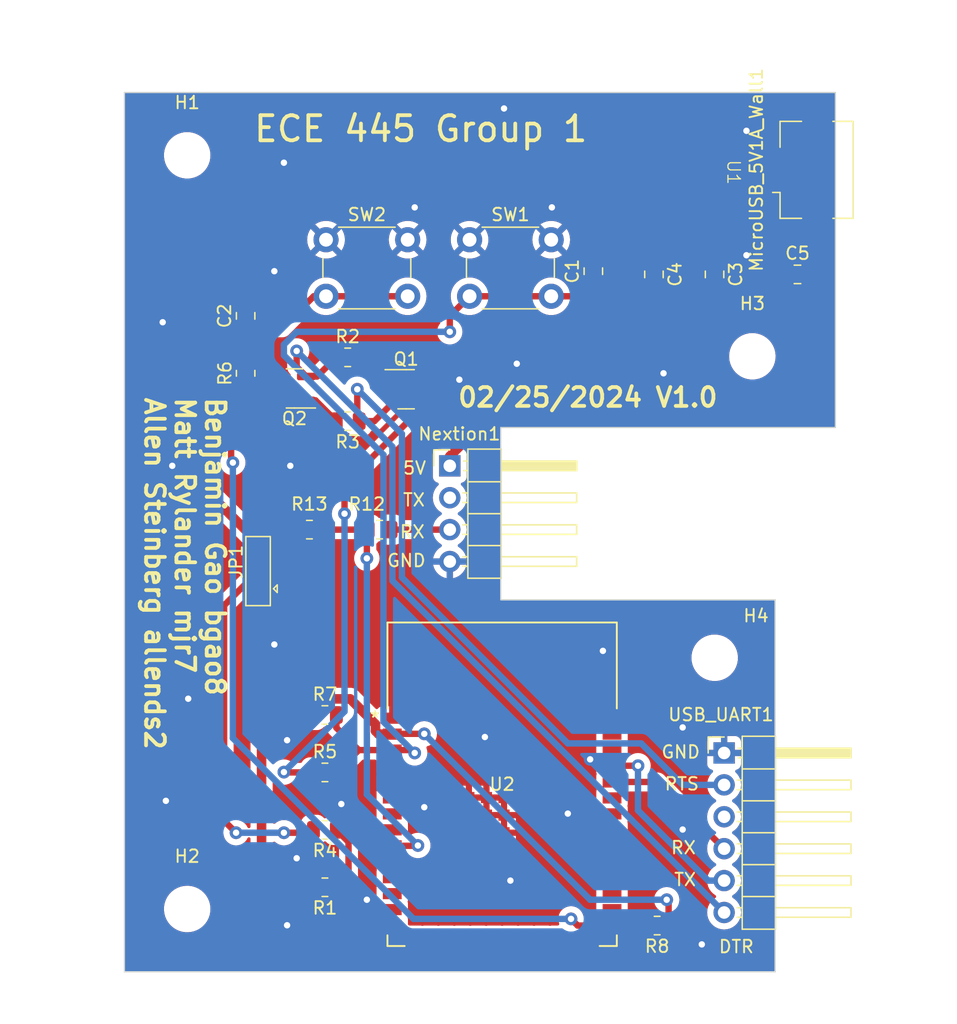
<source format=kicad_pcb>
(kicad_pcb (version 20221018) (generator pcbnew)
  (layers (0 "F.Cu" signal) (31 "B.Cu" signal) (34 "B.Paste" user) (35 "F.Paste" user) (36 "B.SilkS" user "B.Silkscreen") (37 "F.SilkS" user "F.Silkscreen") (38 "B.Mask" user) (39 "F.Mask" user) (44 "Edge.Cuts" user))
  (net 0 "")
  (net 1 "/CHIP_PU")
  (net 2 "GND")
  (net 3 "/GPIO0_STRAPPING")
  (net 4 "+3V3")
  (net 5 "+5V")
  (net 6 "Net-(JP1-C)")
  (net 10 "/LCD_TX")
  (net 11 "Net-(Nextion1-Pin_3)")
  (net 12 "Net-(Q1-B)")
  (net 13 "/RTS")
  (net 14 "Net-(Q1-C)")
  (net 15 "Net-(Q2-B)")
  (net 16 "/DTR")
  (net 17 "Net-(Q2-C)")
  (net 18 "/GPIO46_STRAPPING")
  (net 19 "/GPIO3_STRAPPING")
  (net 20 "/LCD_RX")
  (net 21 "/VBAT_SENSE")
  (net 22 "/Trig")
  (net 23 "/Echo")
  (net 24 "/A0")
  (net 25 "/S")
  (net 26 "/GPIO17")
  (net 27 "/GPIO18")
  (net 28 "/M1_FAULT")
  (net 29 "/D-")
  (net 30 "/D+")
  (net 31 "/M1_EN")
  (net 32 "/M1_PWM")
  (net 33 "/M1_DIR")
  (net 34 "/M2_FAULT")
  (net 35 "/M2_EN")
  (net 36 "/M2_PWM")
  (net 37 "/M2_DIR")
  (net 38 "/CAMERA_CS")
  (net 39 "/CAMERA_MOSI")
  (net 40 "/GPIO45_STRAPPING")
  (net 41 "/ZMOD_RES_N")
  (net 42 "/ZMOD_INT")
  (net 43 "/ZMOD_SDA")
  (net 44 "/ZMOD_SCL")
  (net 45 "/MTCK")
  (net 46 "/MTDO")
  (net 47 "/MTDI")
  (net 48 "/MTMS")
  (net 49 "/RX")
  (net 50 "/TX")
  (net 51 "/I_M_1")
  (net 52 "/I_M_2")
  (footprint "Connector_PinHeader_2.54mm:PinHeader_1x06_P2.54mm_Horizontal" (layer "F.Cu") (at 119.888 90.17)
    (fp_text reference "USB_UART1" (at -0.254 -3.048) (layer "F.SilkS"))
    (fp_text value "Conn_01x06")
    (pad "1" thru_hole rect (at 0 0) (size 1.7 1.7) (drill 1) (layers "*.Cu" "*.Mask") (net 2 "GND"))
    (pad "2" thru_hole oval (at 0 2.54) (size 1.7 1.7) (drill 1) (layers "*.Cu" "*.Mask") (net 13 "/RTS"))
    (pad "3" thru_hole oval (at 0 5.08) (size 1.7 1.7) (drill 1) (layers "*.Cu" "*.Mask"))
    (pad "4" thru_hole oval (at 0 7.62) (size 1.7 1.7) (drill 1) (layers "*.Cu" "*.Mask") (net 49 "/RX"))
    (pad "5" thru_hole oval (at 0 10.16) (size 1.7 1.7) (drill 1) (layers "*.Cu" "*.Mask") (net 50 "/TX"))
    (pad "6" thru_hole oval (at 0 12.7) (size 1.7 1.7) (drill 1) (layers "*.Cu" "*.Mask") (net 16 "/DTR"))
  )
  (footprint "Jumper:SolderJumper-3_P2.0mm_Open_TrianglePad1.0x1.5mm" (layer "F.Cu") (at 82.804 75.692 90)
    (fp_text reference "JP1" (at 0.725 -1.775 90) (layer "F.SilkS"))
    (fp_text value "SolderJumper_3_Open")
    (pad "1" smd custom (at -2 0 90) (size 0.3 0.3) (layers "F.Cu" "F.Mask") (net 2 "GND") (options (clearance outline) (anchor rect)) (primitives (gr_poly (pts (xy 1 0) (xy 0.5 0.75) (xy -0.5 0.75) (xy -0.5 -0.75) (xy 0.5 -0.75)) (width 0) (fill yes))))
    (pad "2" smd custom (at 0 0 90) (size 0.3 0.3) (layers "F.Cu") (net 6 "Net-(JP1-C)") (options (clearance outline) (anchor rect)) (primitives (gr_poly (pts (xy 0.7 0) (xy 1.2 0.75) (xy -1.2 0.75) (xy -0.7 0) (xy -1.2 -0.75) (xy 1.2 -0.75)) (width 0) (fill yes))))
    (pad "3" smd custom (at 2 0 270) (size 0.3 0.3) (layers "F.Cu" "F.Mask") (net 4 "+3V3") (options (clearance outline) (anchor rect)) (primitives (gr_poly (pts (xy 1 0) (xy 0.5 0.75) (xy -0.5 0.75) (xy -0.5 -0.75) (xy 0.5 -0.75)) (width 0) (fill yes))))
  )
  (footprint "Connector_USB:USB_Micro-B_Amphenol_10104110_Horizontal" (layer "F.Cu") (at 126 43.748 90)
    (fp_text reference "MicroUSB_5V1A_Wall1" (at 0 -3.55 90) (layer "F.SilkS"))
    (fp_text value "Conn_01x05")
    (pad "1" smd rect (at -1.3 -1.55 90) (size 0.4 1.4) (layers "F.Cu" "F.Paste" "F.Mask") (net 5 "+5V"))
    (pad "2" smd rect (at -0.65 -1.55 90) (size 0.4 1.4) (layers "F.Cu" "F.Paste" "F.Mask"))
    (pad "3" smd rect (at 0 -1.55 90) (size 0.4 1.4) (layers "F.Cu" "F.Paste" "F.Mask"))
    (pad "4" smd rect (at 0.65 -1.55 90) (size 0.4 1.4) (layers "F.Cu" "F.Paste" "F.Mask"))
    (pad "5" smd rect (at 1.3 -1.55 90) (size 0.4 1.4) (layers "F.Cu" "F.Paste" "F.Mask") (net 2 "GND"))
    (pad "6" smd rect (at -3.75 1.3 90) (size 2.3 1.9) (layers "F.Cu" "F.Paste" "F.Mask") (net 2 "GND"))
    (pad "6" smd rect (at -1.15 1.3 90) (size 1.8 1.9) (layers "F.Cu" "F.Paste" "F.Mask") (net 2 "GND"))
    (pad "6" smd rect (at 1.15 1.3 90) (size 1.8 1.9) (layers "F.Cu" "F.Paste" "F.Mask") (net 2 "GND"))
    (pad "6" smd rect (at 3.75 1.3 90) (size 2.3 1.9) (layers "F.Cu" "F.Paste" "F.Mask") (net 2 "GND"))
  )
  (footprint "MountingHole:MountingHole_3.2mm_M3" (layer "F.Cu") (at 119.136 82.592)
    (fp_text reference "H4" (at 3.292 -3.344) (layer "F.SilkS"))
    (fp_text value "MountingHole")
    (pad "" np_thru_hole circle (at 0 0) (size 3.2 3.2) (drill 3.2) (layers "*.Cu" "*.Mask"))
  )
  (footprint "Resistor_SMD:R_0805_2012Metric" (layer "F.Cu") (at 88.102 91.718)
    (fp_text reference "R5" (at 0 -1.65) (layer "F.SilkS"))
    (fp_text value "10k")
    (pad "1" smd roundrect (at -0.9125 0) (size 1.025 1.4) (layers "F.Cu" "F.Paste" "F.Mask") (roundrect_rratio 0.243902439) (net 14 "Net-(Q1-C)"))
    (pad "2" smd roundrect (at 0.9125 0) (size 1.025 1.4) (layers "F.Cu" "F.Paste" "F.Mask") (roundrect_rratio 0.243902439) (net 1 "/CHIP_PU"))
  )
  (footprint "MountingHole:MountingHole_3.2mm_M3" (layer "F.Cu") (at 77.136 42.592)
    (fp_text reference "H1" (at 0 -4.2) (layer "F.SilkS"))
    (fp_text value "MountingHole")
    (pad "" np_thru_hole circle (at 0 0) (size 3.2 3.2) (drill 3.2) (layers "*.Cu" "*.Mask"))
  )
  (footprint "Resistor_SMD:R_0805_2012Metric" (layer "F.Cu") (at 88.102 87.146)
    (fp_text reference "R7" (at 0 -1.65) (layer "F.SilkS"))
    (fp_text value "100k")
    (pad "1" smd roundrect (at -0.9125 0) (size 1.025 1.4) (layers "F.Cu" "F.Paste" "F.Mask") (roundrect_rratio 0.243902439) (net 4 "+3V3"))
    (pad "2" smd roundrect (at 0.9125 0) (size 1.025 1.4) (layers "F.Cu" "F.Paste" "F.Mask") (roundrect_rratio 0.243902439) (net 1 "/CHIP_PU"))
  )
  (footprint "Button_Switch_THT:SW_PUSH_6mm" (layer "F.Cu") (at 88.19 49.312)
    (fp_text reference "SW2" (at 3.25 -2) (layer "F.SilkS"))
    (fp_text value "SW_Push")
    (pad "1" thru_hole circle (at 0 0 90) (size 2 2) (drill 1.1) (layers "*.Cu" "*.Mask") (net 2 "GND"))
    (pad "1" thru_hole circle (at 6.5 0 90) (size 2 2) (drill 1.1) (layers "*.Cu" "*.Mask") (net 2 "GND"))
    (pad "2" thru_hole circle (at 0 4.5 90) (size 2 2) (drill 1.1) (layers "*.Cu" "*.Mask") (net 3 "/GPIO0_STRAPPING"))
    (pad "2" thru_hole circle (at 6.5 4.5 90) (size 2 2) (drill 1.1) (layers "*.Cu" "*.Mask") (net 3 "/GPIO0_STRAPPING"))
  )
  (footprint "Resistor_SMD:R_0805_2012Metric" (layer "F.Cu") (at 88.102 100.862 180)
    (fp_text reference "R1" (at 0 -1.65) (layer "F.SilkS"))
    (fp_text value "1k")
    (pad "1" smd roundrect (at -0.9125 0 180) (size 1.025 1.4) (layers "F.Cu" "F.Paste" "F.Mask") (roundrect_rratio 0.243902439) (net 18 "/GPIO46_STRAPPING"))
    (pad "2" smd roundrect (at 0.9125 0 180) (size 1.025 1.4) (layers "F.Cu" "F.Paste" "F.Mask") (roundrect_rratio 0.243902439) (net 4 "+3V3"))
  )
  (footprint "Resistor_SMD:R_0805_2012Metric" (layer "F.Cu") (at 89.916 58.674)
    (fp_text reference "R2" (at 0 -1.65) (layer "F.SilkS"))
    (fp_text value "10k")
    (pad "1" smd roundrect (at -0.9125 0) (size 1.025 1.4) (layers "F.Cu" "F.Paste" "F.Mask") (roundrect_rratio 0.243902439) (net 16 "/DTR"))
    (pad "2" smd roundrect (at 0.9125 0) (size 1.025 1.4) (layers "F.Cu" "F.Paste" "F.Mask") (roundrect_rratio 0.243902439) (net 12 "Net-(Q1-B)"))
  )
  (footprint "Capacitor_SMD:C_0805_2012Metric" (layer "F.Cu") (at 109.474 51.816 90)
    (fp_text reference "C1" (at 0 -1.68 90) (layer "F.SilkS"))
    (fp_text value "1u")
    (pad "1" smd roundrect (at -0.95 0 90) (size 1 1.45) (layers "F.Cu" "F.Paste" "F.Mask") (net 1 "/CHIP_PU"))
    (pad "2" smd roundrect (at 0.95 0 90) (size 1 1.45) (layers "F.Cu" "F.Paste" "F.Mask") (net 2 "GND"))
  )
  (footprint "Resistor_SMD:R_0805_2012Metric" (layer "F.Cu") (at 88.102 96.29 180)
    (fp_text reference "R4" (at 0 -1.65) (layer "F.SilkS"))
    (fp_text value "1k")
    (pad "1" smd roundrect (at -0.9125 0 180) (size 1.025 1.4) (layers "F.Cu" "F.Paste" "F.Mask") (roundrect_rratio 0.243902439) (net 19 "/GPIO3_STRAPPING"))
    (pad "2" smd roundrect (at 0.9125 0 180) (size 1.025 1.4) (layers "F.Cu" "F.Paste" "F.Mask") (roundrect_rratio 0.243902439) (net 6 "Net-(JP1-C)"))
  )
  (footprint "Package_TO_SOT_SMD:SOT-23" (layer "F.Cu") (at 85.6765 61.148 180)
    (fp_text reference "Q2" (at 0 -2.4) (layer "F.SilkS"))
    (fp_text value "SS8050-G")
    (pad "1" smd roundrect (at -0.9375 -0.95 180) (size 1.475 0.6) (layers "F.Cu" "F.Paste" "F.Mask") (net 15 "Net-(Q2-B)"))
    (pad "2" smd roundrect (at -0.9375 0.95 180) (size 1.475 0.6) (layers "F.Cu" "F.Paste" "F.Mask") (net 16 "/DTR"))
    (pad "3" smd roundrect (at 0.9375 0 180) (size 1.475 0.6) (layers "F.Cu" "F.Paste" "F.Mask") (net 17 "Net-(Q2-C)"))
  )
  (footprint "local_footprints:AZ1117C-SOT223" (layer "F.Cu") (at 115.57 43.942 -90)
    (fp_text reference "U1" (at 0 -5.08 -90 unlocked) (layer "F.SilkS") (effects (font (thickness 0.1))))
    (fp_text value "AZ1117-3.3")
    (pad "1" smd rect (at -2.3 3.1 270) (size 1.2 2.2) (layers "F.Cu" "F.Paste" "F.Mask") (net 5 "+5V"))
    (pad "2" smd rect (at 0 3.1 270) (size 1.2 2.2) (layers "F.Cu" "F.Paste" "F.Mask"))
    (pad "3" smd rect (at 2.3 3.1 270) (size 1.2 2.2) (layers "F.Cu" "F.Paste" "F.Mask") (net 4 "+3V3"))
    (pad "4" smd rect (at 0 -3.1 270) (size 3.5 2.2) (layers "F.Cu" "F.Paste" "F.Mask") (net 2 "GND"))
  )
  (footprint "Resistor_SMD:R_0805_2012Metric" (layer "F.Cu") (at 114.554 103.91 180)
    (fp_text reference "R8" (at 0 -1.65) (layer "F.SilkS"))
    (fp_text value "100k")
    (pad "1" smd roundrect (at -0.9125 0 180) (size 1.025 1.4) (layers "F.Cu" "F.Paste" "F.Mask") (roundrect_rratio 0.243902439) (net 4 "+3V3"))
    (pad "2" smd roundrect (at 0.9125 0 180) (size 1.025 1.4) (layers "F.Cu" "F.Paste" "F.Mask") (roundrect_rratio 0.243902439) (net 3 "/GPIO0_STRAPPING"))
  )
  (footprint "Button_Switch_THT:SW_PUSH_6mm" (layer "F.Cu") (at 99.62 49.312)
    (fp_text reference "SW1" (at 3.25 -2) (layer "F.SilkS"))
    (fp_text value "SW_Push")
    (pad "1" thru_hole circle (at 0 0 90) (size 2 2) (drill 1.1) (layers "*.Cu" "*.Mask") (net 2 "GND"))
    (pad "1" thru_hole circle (at 6.5 0 90) (size 2 2) (drill 1.1) (layers "*.Cu" "*.Mask") (net 2 "GND"))
    (pad "2" thru_hole circle (at 0 4.5 90) (size 2 2) (drill 1.1) (layers "*.Cu" "*.Mask") (net 1 "/CHIP_PU"))
    (pad "2" thru_hole circle (at 6.5 4.5 90) (size 2 2) (drill 1.1) (layers "*.Cu" "*.Mask") (net 1 "/CHIP_PU"))
  )
  (footprint "Capacitor_SMD:C_0805_2012Metric" (layer "F.Cu") (at 119.126 52.07 -90)
    (fp_text reference "C3" (at 0 -1.68 90) (layer "F.SilkS"))
    (fp_text value "10u")
    (pad "1" smd roundrect (at -0.95 0 270) (size 1 1.45) (layers "F.Cu" "F.Paste" "F.Mask") (net 4 "+3V3"))
    (pad "2" smd roundrect (at 0.95 0 270) (size 1 1.45) (layers "F.Cu" "F.Paste" "F.Mask") (net 2 "GND"))
  )
  (footprint "Resistor_SMD:R_0805_2012Metric" (layer "F.Cu") (at 86.868 72.39 180)
    (fp_text reference "R13" (at 0 2.032) (layer "F.SilkS"))
    (fp_text value "2.2k")
    (pad "1" smd roundrect (at -0.9125 0 180) (size 1.025 1.4) (layers "F.Cu" "F.Paste" "F.Mask") (roundrect_rratio 0.243902439) (net 20 "/LCD_RX"))
    (pad "2" smd roundrect (at 0.9125 0 180) (size 1.025 1.4) (layers "F.Cu" "F.Paste" "F.Mask") (roundrect_rratio 0.243902439) (net 2 "GND"))
  )
  (footprint "Resistor_SMD:R_0805_2012Metric" (layer "F.Cu") (at 92.456 72.39 180)
    (fp_text reference "R12" (at 1.016 2.032) (layer "F.SilkS"))
    (fp_text value "1k")
    (pad "1" smd roundrect (at -0.9125 0 180) (size 1.025 1.4) (layers "F.Cu" "F.Paste" "F.Mask") (roundrect_rratio 0.243902439) (net 11 "Net-(Nextion1-Pin_3)"))
    (pad "2" smd roundrect (at 0.9125 0 180) (size 1.025 1.4) (layers "F.Cu" "F.Paste" "F.Mask") (roundrect_rratio 0.243902439) (net 20 "/LCD_RX"))
  )
  (footprint "local_footprints:ESP32-S3-WROOM-1_EXP" (layer "F.Cu") (at 102.212 92.66)
    (fp_text reference "U2" (at 0 0 unlocked) (layer "F.SilkS"))
    (fp_text value "ESP32-S3-WROOM-1-N16R2")
    (fp_text user "*" (at -10.1343 -5.26 unlocked) (layer "F.SilkS"))
    (fp_text user "*" (at -10.1343 -5.26) (layer "F.SilkS"))
    (pad "1" smd rect (at -8.75 -5.26) (size 1.4986 0.889) (layers "F.Cu" "F.Paste" "F.Mask") (net 2 "GND"))
    (pad "2" smd rect (at -8.75 -3.99) (size 1.4986 0.889) (layers "F.Cu" "F.Paste" "F.Mask") (net 4 "+3V3"))
    (pad "3" smd rect (at -8.75 -2.72) (size 1.4986 0.889) (layers "F.Cu" "F.Paste" "F.Mask") (net 1 "/CHIP_PU"))
    (pad "4" smd rect (at -8.75 -1.45) (size 1.4986 0.889) (layers "F.Cu" "F.Paste" "F.Mask") (net 21 "/VBAT_SENSE"))
    (pad "5" smd rect (at -8.75 -0.18) (size 1.4986 0.889) (layers "F.Cu" "F.Paste" "F.Mask") (net 22 "/Trig"))
    (pad "6" smd rect (at -8.75 1.09) (size 1.4986 0.889) (layers "F.Cu" "F.Paste" "F.Mask") (net 23 "/Echo"))
    (pad "7" smd rect (at -8.75 2.36) (size 1.4986 0.889) (layers "F.Cu" "F.Paste" "F.Mask") (net 24 "/A0"))
    (pad "8" smd rect (at -8.75 3.63) (size 1.4986 0.889) (layers "F.Cu" "F.Paste" "F.Mask") (net 25 "/S"))
    (pad "9" smd rect (at -8.75 4.9) (size 1.4986 0.889) (layers "F.Cu" "F.Paste" "F.Mask") (net 20 "/LCD_RX"))
    (pad "10" smd rect (at -8.75 6.17) (size 1.4986 0.889) (layers "F.Cu" "F.Paste" "F.Mask") (net 26 "/GPIO17"))
    (pad "11" smd rect (at -8.75 7.44) (size 1.4986 0.889) (layers "F.Cu" "F.Paste" "F.Mask") (net 27 "/GPIO18"))
    (pad "12" smd rect (at -8.75 8.71) (size 1.4986 0.889) (layers "F.Cu" "F.Paste" "F.Mask") (net 28 "/M1_FAULT"))
    (pad "13" smd rect (at -8.75 9.98) (size 1.4986 0.889) (layers "F.Cu" "F.Paste" "F.Mask") (net 29 "/D-"))
    (pad "14" smd rect (at -8.75 11.25) (size 1.4986 0.889) (layers "F.Cu" "F.Paste" "F.Mask") (net 30 "/D+"))
    (pad "15" smd rect (at -6.985 12.5 90) (size 1.4986 0.889) (layers "F.Cu" "F.Paste" "F.Mask") (net 19 "/GPIO3_STRAPPING"))
    (pad "16" smd rect (at -5.715 12.5 90) (size 1.4986 0.889) (layers "F.Cu" "F.Paste" "F.Mask") (net 18 "/GPIO46_STRAPPING"))
    (pad "17" smd rect (at -4.445 12.5 90) (size 1.4986 0.889) (layers "F.Cu" "F.Paste" "F.Mask") (net 31 "/M1_EN"))
    (pad "18" smd rect (at -3.175 12.5 90) (size 1.4986 0.889) (layers "F.Cu" "F.Paste" "F.Mask") (net 32 "/M1_PWM"))
    (pad "19" smd rect (at -1.905 12.5 90) (size 1.4986 0.889) (layers "F.Cu" "F.Paste" "F.Mask") (net 33 "/M1_DIR"))
    (pad "20" smd rect (at -0.635 12.5 90) (size 1.4986 0.889) (layers "F.Cu" "F.Paste" "F.Mask") (net 34 "/M2_FAULT"))
    (pad "21" smd rect (at 0.635 12.5 90) (size 1.4986 0.889) (layers "F.Cu" "F.Paste" "F.Mask") (net 35 "/M2_EN"))
    (pad "22" smd rect (at 1.905 12.5 90) (size 1.4986 0.889) (layers "F.Cu" "F.Paste" "F.Mask") (net 36 "/M2_PWM"))
    (pad "23" smd rect (at 3.175 12.5 90) (size 1.4986 0.889) (layers "F.Cu" "F.Paste" "F.Mask") (net 37 "/M2_DIR"))
    (pad "24" smd rect (at 4.445 12.5 90) (size 1.4986 0.889) (layers "F.Cu" "F.Paste" "F.Mask") (net 38 "/CAMERA_CS"))
    (pad "25" smd rect (at 5.715 12.5 90) (size 1.4986 0.889) (layers "F.Cu" "F.Paste" "F.Mask") (net 39 "/CAMERA_MOSI"))
    (pad "26" smd rect (at 6.985 12.5 90) (size 1.4986 0.889) (layers "F.Cu" "F.Paste" "F.Mask") (net 40 "/GPIO45_STRAPPING"))
    (pad "27" smd rect (at 8.75 11.25) (size 1.4986 0.889) (layers "F.Cu" "F.Paste" "F.Mask") (net 3 "/GPIO0_STRAPPING"))
    (pad "28" smd rect (at 8.75 9.98) (size 1.4986 0.889) (layers "F.Cu" "F.Paste" "F.Mask") (net 41 "/ZMOD_RES_N"))
    (pad "29" smd rect (at 8.75 8.71) (size 1.4986 0.889) (layers "F.Cu" "F.Paste" "F.Mask") (net 42 "/ZMOD_INT"))
    (pad "30" smd rect (at 8.75 7.44) (size 1.4986 0.889) (layers "F.Cu" "F.Paste" "F.Mask") (net 43 "/ZMOD_SDA"))
    (pad "31" smd rect (at 8.75 6.17) (size 1.4986 0.889) (layers "F.Cu" "F.Paste" "F.Mask") (net 44 "/ZMOD_SCL"))
    (pad "32" smd rect (at 8.75 4.9) (size 1.4986 0.889) (layers "F.Cu" "F.Paste" "F.Mask") (net 45 "/MTCK"))
    (pad "33" smd rect (at 8.75 3.63) (size 1.4986 0.889) (layers "F.Cu" "F.Paste" "F.Mask") (net 46 "/MTDO"))
    (pad "34" smd rect (at 8.75 2.36) (size 1.4986 0.889) (layers "F.Cu" "F.Paste" "F.Mask") (net 47 "/MTDI"))
    (pad "35" smd rect (at 8.75 1.09) (size 1.4986 0.889) (layers "F.Cu" "F.Paste" "F.Mask") (net 48 "/MTMS"))
    (pad "36" smd rect (at 8.75 -0.18) (size 1.4986 0.889) (layers "F.Cu" "F.Paste" "F.Mask") (net 49 "/RX"))
    (pad "37" smd rect (at 8.75 -1.45) (size 1.4986 0.889) (layers "F.Cu" "F.Paste" "F.Mask") (net 50 "/TX"))
    (pad "38" smd rect (at 8.75 -2.72) (size 1.4986 0.889) (layers "F.Cu" "F.Paste" "F.Mask") (net 51 "/I_M_1"))
    (pad "39" smd rect (at 8.75 -3.99) (size 1.4986 0.889) (layers "F.Cu" "F.Paste" "F.Mask") (net 52 "/I_M_2"))
    (pad "40" smd rect (at 8.75 -5.26) (size 1.4986 0.889) (layers "F.Cu" "F.Paste" "F.Mask") (net 2 "GND"))
    (pad "41" smd rect (at -1.25 2.46) (size 0.889 0.889) (layers "F.Cu" "F.Paste" "F.Mask") (net 2 "GND"))
    (pad "42" smd rect (at -1.25 1.06) (size 0.889 0.889) (layers "F.Cu" "F.Paste" "F.Mask") (net 2 "GND"))
    (pad "43" smd rect (at -2.65 1.06) (size 0.889 0.889) (layers "F.Cu" "F.Paste" "F.Mask") (net 2 "GND"))
    (pad "44" smd rect (at -2.65 2.46) (size 0.889 0.889) (layers "F.Cu" "F.Paste" "F.Mask") (net 2 "GND"))
    (pad "45" smd rect (at -2.65 3.86) (size 0.889 0.889) (layers "F.Cu" "F.Paste" "F.Mask") (net 2 "GND"))
    (pad "46" smd rect (at -1.25 3.86) (size 0.889 0.889) (layers "F.Cu" "F.Paste" "F.Mask") (net 2 "GND"))
    (pad "47" smd rect (at 0.15 3.86) (size 0.889 0.889) (layers "F.Cu" "F.Paste" "F.Mask") (net 2 "GND"))
    (pad "48" smd rect (at 0.15 2.46) (size 0.889 0.889) (layers "F.Cu" "F.Paste" "F.Mask") (net 2 "GND"))
    (pad "49" smd rect (at 0.15 1.06) (size 0.889 0.889) (layers "F.Cu" "F.Paste" "F.Mask") (net 2 "GND"))
  )
  (footprint "Capacitor_SMD:C_0805_2012Metric" (layer "F.Cu") (at 114.3 52.07 -90)
    (fp_text reference "C4" (at 0 -1.68 90) (layer "F.SilkS"))
    (fp_text value "100n")
    (pad "1" smd roundrect (at -0.95 0 270) (size 1 1.45) (layers "F.Cu" "F.Paste" "F.Mask") (net 4 "+3V3"))
    (pad "2" smd roundrect (at 0.95 0 270) (size 1 1.45) (layers "F.Cu" "F.Paste" "F.Mask") (net 2 "GND"))
  )
  (footprint "Resistor_SMD:R_0805_2012Metric" (layer "F.Cu") (at 81.788 59.944 90)
    (fp_text reference "R6" (at 0 -1.65 90) (layer "F.SilkS"))
    (fp_text value "10k")
    (pad "1" smd roundrect (at -0.9125 0 90) (size 1.025 1.4) (layers "F.Cu" "F.Paste" "F.Mask") (roundrect_rratio 0.243902439) (net 17 "Net-(Q2-C)"))
    (pad "2" smd roundrect (at 0.9125 0 90) (size 1.025 1.4) (layers "F.Cu" "F.Paste" "F.Mask") (roundrect_rratio 0.243902439) (net 3 "/GPIO0_STRAPPING"))
  )
  (footprint "Capacitor_SMD:C_0805_2012Metric" (layer "F.Cu") (at 81.788 55.372 90)
    (fp_text reference "C2" (at 0 -1.68 90) (layer "F.SilkS"))
    (fp_text value "1u")
    (pad "1" smd roundrect (at -0.95 0 90) (size 1 1.45) (layers "F.Cu" "F.Paste" "F.Mask") (net 3 "/GPIO0_STRAPPING"))
    (pad "2" smd roundrect (at 0.95 0 90) (size 1 1.45) (layers "F.Cu" "F.Paste" "F.Mask") (net 2 "GND"))
  )
  (footprint "MountingHole:MountingHole_3.2mm_M3" (layer "F.Cu") (at 122.136 58.592)
    (fp_text reference "H3" (at 0 -4.2) (layer "F.SilkS"))
    (fp_text value "MountingHole")
    (pad "" np_thru_hole circle (at 0 0) (size 3.2 3.2) (drill 3.2) (layers "*.Cu" "*.Mask"))
  )
  (footprint "Capacitor_SMD:C_0805_2012Metric" (layer "F.Cu") (at 125.73 52.07)
    (fp_text reference "C5" (at 0 -1.68) (layer "F.SilkS"))
    (fp_text value "10u")
    (pad "1" smd roundrect (at -0.95 0) (size 1 1.45) (layers "F.Cu" "F.Paste" "F.Mask") (net 5 "+5V"))
    (pad "2" smd roundrect (at 0.95 0) (size 1 1.45) (layers "F.Cu" "F.Paste" "F.Mask") (net 2 "GND"))
  )
  (footprint "Package_TO_SOT_SMD:SOT-23" (layer "F.Cu") (at 94.5665 61.214)
    (fp_text reference "Q1" (at 0 -2.4) (layer "F.SilkS"))
    (fp_text value "SS8050-G")
    (pad "1" smd roundrect (at -0.9375 -0.95) (size 1.475 0.6) (layers "F.Cu" "F.Paste" "F.Mask") (net 12 "Net-(Q1-B)"))
    (pad "2" smd roundrect (at -0.9375 0.95) (size 1.475 0.6) (layers "F.Cu" "F.Paste" "F.Mask") (net 13 "/RTS"))
    (pad "3" smd roundrect (at 0.9375 0) (size 1.475 0.6) (layers "F.Cu" "F.Paste" "F.Mask") (net 14 "Net-(Q1-C)"))
  )
  (footprint "Connector_PinHeader_2.54mm:PinHeader_1x04_P2.54mm_Horizontal" (layer "F.Cu") (at 98.044 67.31)
    (fp_text reference "Nextion1" (at 0.762 -2.54) (layer "F.SilkS"))
    (fp_text value "HMI LCD")
    (pad "1" thru_hole rect (at 0 0) (size 1.7 1.7) (drill 1) (layers "*.Cu" "*.Mask") (net 5 "+5V"))
    (pad "2" thru_hole oval (at 0 2.54) (size 1.7 1.7) (drill 1) (layers "*.Cu" "*.Mask") (net 10 "/LCD_TX"))
    (pad "3" thru_hole oval (at 0 5.08) (size 1.7 1.7) (drill 1) (layers "*.Cu" "*.Mask") (net 11 "Net-(Nextion1-Pin_3)"))
    (pad "4" thru_hole oval (at 0 7.62) (size 1.7 1.7) (drill 1) (layers "*.Cu" "*.Mask") (net 2 "GND"))
  )
  (footprint "MountingHole:MountingHole_3.2mm_M3" (layer "F.Cu") (at 77.136 102.592)
    (fp_text reference "H2" (at 0 -4.2) (layer "F.SilkS"))
    (fp_text value "MountingHole")
    (pad "" np_thru_hole circle (at 0 0) (size 3.2 3.2) (drill 3.2) (layers "*.Cu" "*.Mask"))
  )
  (footprint "Resistor_SMD:R_0805_2012Metric" (layer "F.Cu") (at 89.916 63.754 180)
    (fp_text reference "R3" (at 0 -1.65) (layer "F.SilkS"))
    (fp_text value "10k")
    (pad "1" smd roundrect (at -0.9125 0 180) (size 1.025 1.4) (layers "F.Cu" "F.Paste" "F.Mask") (roundrect_rratio 0.243902439) (net 13 "/RTS"))
    (pad "2" smd roundrect (at 0.9125 0 180) (size 1.025 1.4) (layers "F.Cu" "F.Paste" "F.Mask") (roundrect_rratio 0.243902439) (net 15 "Net-(Q2-B)"))
  )
  (gr_line (start 123.952 77.978) (end 102.108 77.978) (stroke (width 0.1)) (layer "Edge.Cuts"))
  (gr_line (start 102.108 64.262) (end 128.75 64.262) (stroke (width 0.1)) (layer "Edge.Cuts"))
  (gr_line (start 123.952 107.592) (end 123.952 77.978) (stroke (width 0.1)) (layer "Edge.Cuts"))
  (gr_line (start 72.136 37.592) (end 72.136 107.592) (stroke (width 0.1)) (layer "Edge.Cuts"))
  (gr_line (start 128.75 37.592) (end 72.136 37.592) (stroke (width 0.1)) (layer "Edge.Cuts"))
  (gr_line (start 102.108 77.978) (end 102.108 64.262) (stroke (width 0.1)) (layer "Edge.Cuts"))
  (gr_line (start 128.75 64.262) (end 128.75 37.592) (stroke (width 0.1)) (layer "Edge.Cuts"))
  (gr_line (start 72.136 107.592) (end 123.952 107.592) (stroke (width 0.1)) (layer "Edge.Cuts"))
  (gr_text "RX\n" (at 115.57 98.298) (layer "F.SilkS") (effects (font (size 1 1)) (justify left bottom)))
  (gr_text "TX" (at 94.234 70.612) (layer "F.SilkS") (effects (font (size 1 1)) (justify left bottom)))
  (gr_text "GND" (at 114.808 90.678) (layer "F.SilkS") (effects (font (size 1 1)) (justify left bottom)))
  (gr_text "TX\n" (at 115.824 100.838) (layer "F.SilkS") (effects (font (size 1 1)) (justify left bottom)))
  (gr_text "Benjamin Gao bgao8\nMatt Rylander mjr7\nAllen Steinberg allends2" (at 73.66 61.722 270) (layer "F.SilkS") (effects (font (size 1.5 1.5) (thickness 0.3) bold) (justify left bottom)))
  (gr_text "RX" (at 93.98 73.152) (layer "F.SilkS") (effects (font (size 1 1)) (justify left bottom)))
  (gr_text "DTR\n" (at 119.38 106.172) (layer "F.SilkS") (effects (font (size 1 1)) (justify left bottom)))
  (gr_text "ECE 445 Group 1" (at 82.296 41.656) (layer "F.SilkS") (effects (font (size 2 2) (thickness 0.3)) (justify left bottom)))
  (gr_text "RTS" (at 115.062 93.218) (layer "F.SilkS") (effects (font (size 1 1)) (justify left bottom)))
  (gr_text "GND" (at 92.964 75.438) (layer "F.SilkS") (effects (font (size 1 1)) (justify left bottom)))
  (gr_text "5V" (at 94.234 68.072) (layer "F.SilkS") (effects (font (size 1 1)) (justify left bottom)))
  (gr_text "02/25/2024 V1.0" (at 98.552 62.738) (layer "F.SilkS") (effects (font (size 1.5 1.5) (thickness 0.3) bold) (justify left bottom)))
  (segment (start 95.02 89.94) (end 95.25 90.17) (width 0.508) (layer "F.Cu") (net 1))
  (segment (start 89.0145 91.718) (end 90.7925 89.94) (width 0.508) (layer "F.Cu") (net 1))
  (segment (start 98.044 56.642) (end 98.044 55.388) (width 0.508) (layer "F.Cu") (net 1))
  (segment (start 90.7925 89.94) (end 93.462 89.94) (width 0.508) (layer "F.Cu") (net 1))
  (segment (start 98.044 55.388) (end 99.62 53.812) (width 0.508) (layer "F.Cu") (net 1))
  (segment (start 108.428 53.812) (end 109.474 52.766) (width 0.508) (layer "F.Cu") (net 1))
  (segment (start 89.0145 87.146) (end 89.0145 88.162) (width 0.508) (layer "F.Cu") (net 1))
  (segment (start 93.462 89.94) (end 95.02 89.94) (width 0.508) (layer "F.Cu") (net 1))
  (segment (start 106.12 53.812) (end 108.428 53.812) (width 0.508) (layer "F.Cu") (net 1))
  (segment (start 99.62 53.812) (end 106.12 53.812) (width 0.508) (layer "F.Cu") (net 1))
  (segment (start 89.0145 88.162) (end 90.7925 89.94) (width 0.508) (layer "F.Cu") (net 1))
  (via (at 95.25 90.17) (size 1.016) (drill 0.508) (layers "F.Cu" "B.Cu") (net 1))
  (via (at 98.044 56.642) (size 1.016) (drill 0.508) (layers "F.Cu" "B.Cu") (net 1))
  (segment (start 85.852 56.642) (end 98.044 56.642) (width 0.508) (layer "B.Cu") (net 1))
  (segment (start 92.764 87.684) (end 92.764 66.438474) (width 0.508) (layer "B.Cu") (net 1))
  (segment (start 92.764 66.438474) (end 84.836 58.510474) (width 0.508) (layer "B.Cu") (net 1))
  (segment (start 95.25 90.17) (end 92.764 87.684) (width 0.508) (layer "B.Cu") (net 1))
  (segment (start 84.836 57.658) (end 85.852 56.642) (width 0.508) (layer "B.Cu") (net 1))
  (segment (start 84.836 58.510474) (end 84.836 57.658) (width 0.508) (layer "B.Cu") (net 1))
  (segment (start 122.712 42.448) (end 124.45 42.448) (width 0.254) (layer "F.Cu") (net 2))
  (segment (start 122.682 42.418) (end 122.712 42.448) (width 0.254) (layer "F.Cu") (net 2))
  (via (at 84.074 51.816) (size 1.016) (drill 0.508) (layers "F.Cu" "B.Cu") (net 2))
  (via (at 85.09 103.886) (size 1.016) (drill 0.508) (layers "F.Cu" "B.Cu") (net 2))
  (via (at 115.062 59.944) (size 1.016) (drill 0.508) (layers "F.Cu" "B.Cu") (net 2))
  (via (at 106.172 46.736) (size 1.016) (drill 0.508) (layers "F.Cu" "B.Cu") (net 2))
  (via (at 116.586 96.266) (size 1.016) (drill 0.508) (layers "F.Cu" "B.Cu") (net 2))
  (via (at 121.666 50.546) (size 1.016) (drill 0.508) (layers "F.Cu" "B.Cu") (net 2))
  (via (at 100.838 88.9) (size 1.016) (drill 0.508) (layers "F.Cu" "B.Cu") (net 2))
  (via (at 85.344 67.31) (size 1.016) (drill 0.508) (layers "F.Cu" "B.Cu") (net 2))
  (via (at 84.836 43.18) (size 1.016) (drill 0.508) (layers "F.Cu" "B.Cu") (net 2))
  (via (at 85.09 89.154) (size 1.016) (drill 0.508) (layers "F.Cu" "B.Cu") (net 2))
  (via (at 95.25 46.736) (size 1.016) (drill 0.508) (layers "F.Cu" "B.Cu") (net 2))
  (via (at 84.074 81.534) (size 1.016) (drill 0.508) (layers "F.Cu" "B.Cu") (net 2))
  (via (at 77.216 85.852) (size 1.016) (drill 0.508) (layers "F.Cu" "B.Cu") (net 2))
  (via (at 102.87 100.33) (size 1.016) (drill 0.508) (layers "F.Cu" "B.Cu") (net 2))
  (via (at 109.22 90.678) (size 1.016) (drill 0.508) (layers "F.Cu" "B.Cu") (net 2))
  (via (at 75.946 67.31) (size 1.016) (drill 0.508) (layers "F.Cu" "B.Cu") (net 2))
  (via (at 96.012 94.488) (size 1.016) (drill 0.508) (layers "F.Cu" "B.Cu") (net 2))
  (via (at 107.442 94.996) (size 1.016) (drill 0.508) (layers "F.Cu" "B.Cu") (net 2))
  (via (at 91.44 101.854) (size 1.016) (drill 0.508) (layers "F.Cu" "B.Cu") (net 2))
  (via (at 103.378 59.182) (size 1.016) (drill 0.508) (layers "F.Cu" "B.Cu") (net 2))
  (via (at 98.806 60.452) (size 1.016) (drill 0.508) (layers "F.Cu" "B.Cu") (net 2))
  (via (at 89.408 94.234) (size 1.016) (drill 0.508) (layers "F.Cu" "B.Cu") (net 2))
  (via (at 75.438 93.98) (size 1.016) (drill 0.508) (layers "F.Cu" "B.Cu") (net 2))
  (via (at 116.586 88.138) (size 1.016) (drill 0.508) (layers "F.Cu" "B.Cu") (net 2))
  (via (at 110.236 82.042) (size 1.016) (drill 0.508) (layers "F.Cu" "B.Cu") (net 2))
  (via (at 121.666 40.64) (size 1.016) (drill 0.508) (layers "F.Cu" "B.Cu") (net 2))
  (via (at 85.852 98.552) (size 1.016) (drill 0.508) (layers "F.Cu" "B.Cu") (net 2))
  (via (at 75.184 55.88) (size 1.016) (drill 0.508) (layers "F.Cu" "B.Cu") (net 2))
  (via (at 102.362 38.862) (size 1.016) (drill 0.508) (layers "F.Cu" "B.Cu") (net 2))
  (via (at 118.11 105.41) (size 1.016) (drill 0.508) (layers "F.Cu" "B.Cu") (net 2))
  (segment (start 87.211 53.812) (end 88.19 53.812) (width 0.508) (layer "F.Cu") (net 3))
  (segment (start 108.228 103.91) (end 110.962 103.91) (width 0.508) (layer "F.Cu") (net 3))
  (segment (start 81.788 56.322) (end 81.788 59.0315) (width 0.508) (layer "F.Cu") (net 3))
  (segment (start 80.634 66.918) (end 80.772 67.056) (width 0.508) (layer "F.Cu") (net 3))
  (segment (start 81.788 56.322) (end 84.701 56.322) (width 0.508) (layer "F.Cu") (net 3))
  (segment (start 113.6415 103.91) (end 110.962 103.91) (width 0.508) (layer "F.Cu") (net 3))
  (segment (start 88.19 53.812) (end 94.69 53.812) (width 0.508) (layer "F.Cu") (net 3))
  (segment (start 80.634 60.1855) (end 80.634 66.918) (width 0.508) (layer "F.Cu") (net 3))
  (segment (start 84.701 56.322) (end 87.211 53.812) (width 0.508) (layer "F.Cu") (net 3))
  (segment (start 107.696 103.378) (end 108.228 103.91) (width 0.508) (layer "F.Cu") (net 3))
  (segment (start 81.788 59.0315) (end 80.634 60.1855) (width 0.508) (layer "F.Cu") (net 3))
  (via (at 107.696 103.378) (size 1.016) (drill 0.508) (layers "F.Cu" "B.Cu") (net 3))
  (via (at 80.772 67.056) (size 1.016) (drill 0.508) (layers "F.Cu" "B.Cu") (net 3))
  (segment (start 80.772 67.056) (end 80.772 88.990474) (width 0.508) (layer "B.Cu") (net 3))
  (segment (start 80.772 88.990474) (end 95.159526 103.378) (width 0.508) (layer "B.Cu") (net 3))
  (segment (start 95.159526 103.378) (end 107.696 103.378) (width 0.508) (layer "B.Cu") (net 3))
  (segment (start 78.486 69.12) (end 82.804 73.438) (width 0.762) (layer "F.Cu") (net 4))
  (segment (start 91.619 40.461) (end 78.486 53.594) (width 0.762) (layer "F.Cu") (net 4))
  (segment (start 119.126 51.12) (end 114.3 51.12) (width 0.762) (layer "F.Cu") (net 4))
  (segment (start 87.1895 100.862) (end 85.114 100.862) (width 0.762) (layer "F.Cu") (net 4))
  (segment (start 96.012 88.646) (end 93.486 88.646) (width 0.508) (layer "F.Cu") (net 4))
  (segment (start 93.486 88.646) (end 93.462 88.67) (width 0.508) (layer "F.Cu") (net 4))
  (segment (start 112.47 46.242) (end 111.351 45.123) (width 0.762) (layer "F.Cu") (net 4))
  (segment (start 114.3 48.072) (end 112.47 46.242) (width 0.762) (layer "F.Cu") (net 4))
  (segment (start 87.1895 86.446) (end 87.7705 85.865) (width 0.762) (layer "F.Cu") (net 4))
  (segment (start 87.7705 85.865) (end 90.1127 85.865) (width 0.762) (layer "F.Cu") (net 4))
  (segment (start 78.486 53.594) (end 78.486 69.12) (width 0.762) (layer "F.Cu") (net 4))
  (segment (start 83.058 98.806) (end 83.058 89.154) (width 0.762) (layer "F.Cu") (net 4))
  (segment (start 83.058 89.154) (end 85.066 87.146) (width 0.762) (layer "F.Cu") (net 4))
  (segment (start 85.114 100.862) (end 83.058 98.806) (width 0.762) (layer "F.Cu") (net 4))
  (segment (start 85.066 87.146) (end 87.1895 87.146) (width 0.762) (layer "F.Cu") (net 4))
  (segment (start 96.281 45.123) (end 91.619 40.461) (width 0.762) (layer "F.Cu") (net 4))
  (segment (start 92.1317 87.884) (end 92.1317 88.4255) (width 0.762) (layer "F.Cu") (net 4))
  (segment (start 90.1127 85.865) (end 92.1317 87.884) (width 0.762) (layer "F.Cu") (net 4))
  (segment (start 83.829658 73.692) (end 87.1895 77.051842) (width 0.762) (layer "F.Cu") (net 4))
  (segment (start 115.4665 103.91) (end 115.4665 102.0045) (width 0.508) (layer "F.Cu") (net 4))
  (segment (start 114.3 51.12) (end 114.3 48.072) (width 0.762) (layer "F.Cu") (net 4))
  (segment (start 92.1317 88.4255) (end 92.3762 88.67) (width 0.762) (layer "F.Cu") (net 4))
  (segment (start 87.1895 77.051842) (end 87.1895 87.146) (width 0.762) (layer "F.Cu") (net 4))
  (segment (start 92.3762 88.67) (end 93.462 88.67) (width 0.762) (layer "F.Cu") (net 4))
  (segment (start 82.804 73.692) (end 83.829658 73.692) (width 0.762) (layer "F.Cu") (net 4))
  (segment (start 115.4665 102.0045) (end 115.316 101.854) (width 0.508) (layer "F.Cu") (net 4))
  (segment (start 111.351 45.123) (end 96.281 45.123) (width 0.762) (layer "F.Cu") (net 4))
  (segment (start 87.1895 87.146) (end 87.1895 86.446) (width 0.762) (layer "F.Cu") (net 4))
  (segment (start 82.804 73.438) (end 82.804 73.692) (width 0.762) (layer "F.Cu") (net 4))
  (via (at 115.316 101.854) (size 1.016) (drill 0.508) (layers "F.Cu" "B.Cu") (net 4))
  (via (at 96.012 88.646) (size 1.016) (drill 0.508) (layers "F.Cu" "B.Cu") (net 4))
  (segment (start 109.22 101.854) (end 96.012 88.646) (width 0.508) (layer "B.Cu") (net 4))
  (segment (start 115.316 101.854) (end 109.22 101.854) (width 0.508) (layer "B.Cu") (net 4))
  (segment (start 113.524 41.642) (end 112.47 41.642) (width 0.762) (layer "F.Cu") (net 5))
  (segment (start 101.854 62.738) (end 98.044 66.548) (width 0.762) (layer "F.Cu") (net 5))
  (segment (start 124.46 51.75) (end 124.46 46.756) (width 0.762) (layer "F.Cu") (net 5))
  (segment (start 115.57 43.688) (end 113.524 41.642) (width 0.762) (layer "F.Cu") (net 5))
  (segment (start 124.78 52.07) (end 122.24 54.61) (width 0.762) (layer "F.Cu") (net 5))
  (segment (start 115.57 45.974) (end 115.57 43.688) (width 0.762) (layer "F.Cu") (net 5))
  (segment (start 124.45 45.72) (end 124.45 47.752) (width 0.762) (layer "F.Cu") (net 5))
  (segment (start 124.46 46.756) (end 124.45 46.746) (width 0.762) (layer "F.Cu") (net 5))
  (segment (start 105.41 62.738) (end 101.854 62.738) (width 0.762) (layer "F.Cu") (net 5))
  (segment (start 119.328 55.678) (end 112.47 55.678) (width 0.762) (layer "F.Cu") (net 5))
  (segment (start 124.45 45.72) (end 124.45 45.25) (width 0.762) (layer "F.Cu") (net 5))
  (segment (start 122.24 54.61) (end 120.396 54.61) (width 0.762) (layer "F.Cu") (net 5))
  (segment (start 117.348 47.752) (end 115.57 45.974) (width 0.762) (layer "F.Cu") (net 5))
  (segment (start 124.45 47.752) (end 117.348 47.752) (width 0.762) (layer "F.Cu") (net 5))
  (segment (start 98.044 66.548) (end 98.044 67.31) (width 0.762) (layer "F.Cu") (net 5))
  (segment (start 124.45 46.746) (end 124.45 45.72) (width 0.762) (layer "F.Cu") (net 5))
  (segment (start 112.47 55.678) (end 105.41 62.738) (width 0.762) (layer "F.Cu") (net 5))
  (segment (start 120.396 54.61) (end 119.328 55.678) (width 0.762) (layer "F.Cu") (net 5))
  (segment (start 124.78 52.07) (end 124.46 51.75) (width 0.762) (layer "F.Cu") (net 5))
  (segment (start 84.836 96.52) (end 86.9595 96.52) (width 0.508) (layer "F.Cu") (net 6))
  (segment (start 86.9595 96.52) (end 87.1895 96.29) (width 0.508) (layer "F.Cu") (net 6))
  (segment (start 80.076 78.42) (end 80.076 95.57) (width 0.508) (layer "F.Cu") (net 6))
  (segment (start 80.076 95.57) (end 81.026 96.52) (width 0.508) (layer "F.Cu") (net 6))
  (segment (start 82.804 75.692) (end 80.076 78.42) (width 0.508) (layer "F.Cu") (net 6))
  (via (at 81.026 96.52) (size 1.016) (drill 0.508) (layers "F.Cu" "B.Cu") (net 6))
  (via (at 84.836 96.52) (size 1.016) (drill 0.508) (layers "F.Cu" "B.Cu") (net 6))
  (segment (start 81.026 96.52) (end 84.836 96.52) (width 0.508) (layer "B.Cu") (net 6))
  (segment (start 93.3685 72.39) (end 98.044 72.39) (width 0.508) (layer "F.Cu") (net 11))
  (segment (start 93.629 60.264) (end 92.4185 60.264) (width 0.508) (layer "F.Cu") (net 12))
  (segment (start 92.4185 60.264) (end 90.8285 58.674) (width 0.508) (layer "F.Cu") (net 12))
  (segment (start 90.678 63.6035) (end 90.8285 63.754) (width 0.508) (layer "F.Cu") (net 13))
  (segment (start 90.678 61.214) (end 90.678 63.6035) (width 0.508) (layer "F.Cu") (net 13))
  (segment (start 92.039 63.754) (end 93.629 62.164) (width 0.508) (layer "F.Cu") (net 13))
  (segment (start 90.8285 63.754) (end 92.039 63.754) (width 0.508) (layer "F.Cu") (net 13))
  (via (at 90.678 61.214) (size 1.016) (drill 0.508) (layers "F.Cu" "B.Cu") (net 13))
  (segment (start 113.284 89.408) (end 107.442 89.408) (width 0.508) (layer "B.Cu") (net 13))
  (segment (start 94.234 64.77) (end 90.678 61.214) (width 0.508) (layer "B.Cu") (net 13))
  (segment (start 94.234 76.2) (end 94.234 64.77) (width 0.508) (layer "B.Cu") (net 13))
  (segment (start 119.888 92.71) (end 116.586 92.71) (width 0.508) (layer "B.Cu") (net 13))
  (segment (start 107.442 89.408) (end 94.234 76.2) (width 0.508) (layer "B.Cu") (net 13))
  (segment (start 116.586 92.71) (end 113.284 89.408) (width 0.508) (layer "B.Cu") (net 13))
  (segment (start 89.662 68.834) (end 95.504 62.992) (width 0.508) (layer "F.Cu") (net 14))
  (segment (start 84.86 91.718) (end 84.836 91.694) (width 0.508) (layer "F.Cu") (net 14))
  (segment (start 87.1895 91.718) (end 84.86 91.718) (width 0.508) (layer "F.Cu") (net 14))
  (segment (start 89.662 71.12) (end 89.662 68.834) (width 0.508) (layer "F.Cu") (net 14))
  (segment (start 95.504 62.992) (end 95.504 61.214) (width 0.508) (layer "F.Cu") (net 14))
  (via (at 84.836 91.694) (size 1.016) (drill 0.508) (layers "F.Cu" "B.Cu") (net 14))
  (via (at 89.662 71.12) (size 1.016) (drill 0.508) (layers "F.Cu" "B.Cu") (net 14))
  (segment (start 89.662 86.868) (end 84.836 91.694) (width 0.508) (layer "B.Cu") (net 14))
  (segment (start 89.662 71.12) (end 89.662 86.868) (width 0.508) (layer "B.Cu") (net 14))
  (segment (start 86.614 62.098) (end 87.3475 62.098) (width 0.508) (layer "F.Cu") (net 15))
  (segment (start 87.3475 62.098) (end 89.0035 63.754) (width 0.508) (layer "F.Cu") (net 15))
  (segment (start 87.4795 60.198) (end 89.0035 58.674) (width 0.508) (layer "F.Cu") (net 16))
  (segment (start 86.614 60.198) (end 87.4795 60.198) (width 0.508) (layer "F.Cu") (net 16))
  (segment (start 85.852 59.436) (end 86.614 60.198) (width 0.508) (layer "F.Cu") (net 16))
  (segment (start 85.852 58.166) (end 85.852 59.436) (width 0.508) (layer "F.Cu") (net 16))
  (via (at 85.852 58.166) (size 1.016) (drill 0.508) (layers "F.Cu" "B.Cu") (net 16))
  (segment (start 93.472 65.786) (end 85.852 58.166) (width 0.508) (layer "B.Cu") (net 16))
  (segment (start 119.888 102.87) (end 93.472 76.454) (width 0.508) (layer "B.Cu") (net 16))
  (segment (start 93.472 76.454) (end 93.472 65.786) (width 0.508) (layer "B.Cu") (net 16))
  (segment (start 81.788 60.8565) (end 84.4475 60.8565) (width 0.508) (layer "F.Cu") (net 17))
  (segment (start 84.4475 60.8565) (end 84.739 61.148) (width 0.508) (layer "F.Cu") (net 17))
  (segment (start 89.0145 100.862) (end 89.0145 102.565564) (width 0.508) (layer "F.Cu") (net 18))
  (segment (start 96.497 105.9918) (end 96.497 105.16) (width 0.508) (layer "F.Cu") (net 18))
  (segment (start 96.1255 106.3633) (end 96.497 105.9918) (width 0.508) (layer "F.Cu") (net 18))
  (segment (start 89.0145 102.565564) (end 92.812236 106.3633) (width 0.508) (layer "F.Cu") (net 18))
  (segment (start 92.812236 106.3633) (end 96.1255 106.3633) (width 0.508) (layer "F.Cu") (net 18))
  (segment (start 92.6102 105.16) (end 89.981 102.5308) (width 0.508) (layer "F.Cu") (net 19))
  (segment (start 89.981 102.5308) (end 89.981 97.2565) (width 0.508) (layer "F.Cu") (net 19))
  (segment (start 89.981 97.2565) (end 89.0145 96.29) (width 0.508) (layer "F.Cu") (net 19))
  (segment (start 95.227 105.16) (end 92.6102 105.16) (width 0.508) (layer "F.Cu") (net 19))
  (segment (start 95.48 97.56) (end 95.504 97.536) (width 0.508) (layer "F.Cu") (net 20))
  (segment (start 93.462 97.56) (end 95.48 97.56) (width 0.508) (layer "F.Cu") (net 20))
  (segment (start 91.44 72.4935) (end 91.5435 72.39) (width 0.508) (layer "F.Cu") (net 20))
  (segment (start 91.44 74.676) (end 91.44 72.4935) (width 0.508) (layer "F.Cu") (net 20))
  (segment (start 91.5435 72.39) (end 87.7805 72.39) (width 0.508) (layer "F.Cu") (net 20))
  (via (at 95.504 97.536) (size 1.016) (drill 0.508) (layers "F.Cu" "B.Cu") (net 20))
  (via (at 91.44 74.676) (size 1.016) (drill 0.508) (layers "F.Cu" "B.Cu") (net 20))
  (segment (start 95.504 97.536) (end 91.44 93.472) (width 0.508) (layer "B.Cu") (net 20))
  (segment (start 91.44 93.472) (end 91.44 74.676) (width 0.508) (layer "B.Cu") (net 20))
  (segment (start 119.888 97.79) (end 114.578 92.48) (width 0.508) (layer "F.Cu") (net 49))
  (segment (start 114.578 92.48) (end 110.962 92.48) (width 0.508) (layer "F.Cu") (net 49))
  (segment (start 113.03 91.186) (end 110.986 91.186) (width 0.508) (layer "F.Cu") (net 50))
  (segment (start 110.986 91.186) (end 110.962 91.21) (width 0.508) (layer "F.Cu") (net 50))
  (via (at 113.03 91.186) (size 1.016) (drill 0.508) (layers "F.Cu" "B.Cu") (net 50))
  (segment (start 113.03 94.742) (end 113.03 91.186) (width 0.508) (layer "B.Cu") (net 50))
  (segment (start 118.618 100.33) (end 113.03 94.742) (width 0.508) (layer "B.Cu") (net 50))
  (segment (start 119.888 100.33) (end 118.618 100.33) (width 0.508) (layer "B.Cu") (net 50))
  (zone (net 2) (net_name "GND") (layers "F&B.Cu") (connect_pads (clearance 0.5)) (min_thickness 0.25) (fill yes (thermal_gap 0.5) (thermal_bridge_width 0.5))
    (polygon (pts (xy 138.43 30.226) (xy 137.668 111.506) (xy 62.23 111.76) (xy 63.754 30.48)))
  )
)
</source>
